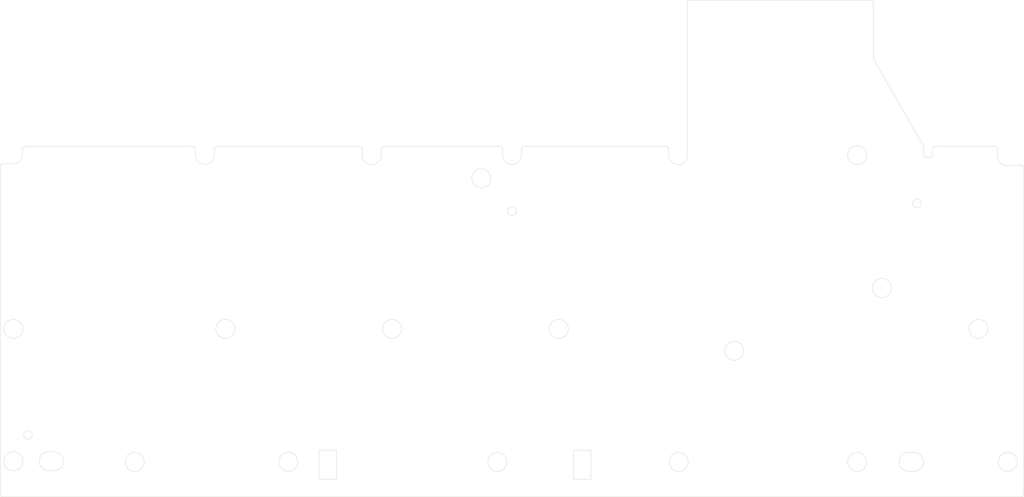
<source format=kicad_pcb>
(kicad_pcb
	(version 20240108)
	(generator "pcbnew")
	(generator_version "8.0")
	(general
		(thickness 1.6)
		(legacy_teardrops no)
	)
	(paper "A3")
	(title_block
		(title "HB-F1 MSX Keyboard Membrane Layout")
		(date "2025-01-03")
		(rev "0.1")
		(comment 1 "This source describes Open Hardware and is licensed under the CERN-OHL-W v2 or later.")
		(comment 2 "Copyright Alexander Knapik 2025.")
	)
	(layers
		(0 "F.Cu" signal)
		(31 "B.Cu" signal)
		(32 "B.Adhes" user "B.Adhesive")
		(33 "F.Adhes" user "F.Adhesive")
		(34 "B.Paste" user)
		(35 "F.Paste" user)
		(36 "B.SilkS" user "B.Silkscreen")
		(37 "F.SilkS" user "F.Silkscreen")
		(38 "B.Mask" user)
		(39 "F.Mask" user)
		(40 "Dwgs.User" user "User.Drawings")
		(41 "Cmts.User" user "User.Comments")
		(42 "Eco1.User" user "User.Eco1")
		(43 "Eco2.User" user "User.Eco2")
		(44 "Edge.Cuts" user)
		(45 "Margin" user)
		(46 "B.CrtYd" user "B.Courtyard")
		(47 "F.CrtYd" user "F.Courtyard")
		(48 "B.Fab" user)
		(49 "F.Fab" user)
		(50 "User.1" user)
		(51 "User.2" user)
		(52 "User.3" user)
		(53 "User.4" user)
		(54 "User.5" user)
		(55 "User.6" user)
		(56 "User.7" user)
		(57 "User.8" user)
		(58 "User.9" user)
	)
	(setup
		(stackup
			(layer "F.SilkS"
				(type "Top Silk Screen")
			)
			(layer "F.Paste"
				(type "Top Solder Paste")
			)
			(layer "F.Mask"
				(type "Top Solder Mask")
				(thickness 0.01)
			)
			(layer "F.Cu"
				(type "copper")
				(thickness 0.035)
			)
			(layer "dielectric 1"
				(type "core")
				(thickness 1.51)
				(material "FR4")
				(epsilon_r 4.5)
				(loss_tangent 0.02)
			)
			(layer "B.Cu"
				(type "copper")
				(thickness 0.035)
			)
			(layer "B.Mask"
				(type "Bottom Solder Mask")
				(thickness 0.01)
			)
			(layer "B.Paste"
				(type "Bottom Solder Paste")
			)
			(layer "B.SilkS"
				(type "Bottom Silk Screen")
			)
			(copper_finish "None")
			(dielectric_constraints no)
		)
		(pad_to_mask_clearance 0)
		(allow_soldermask_bridges_in_footprints no)
		(grid_origin 33.54 213)
		(pcbplotparams
			(layerselection 0x00010fc_ffffffff)
			(plot_on_all_layers_selection 0x0000000_00000000)
			(disableapertmacros no)
			(usegerberextensions no)
			(usegerberattributes yes)
			(usegerberadvancedattributes yes)
			(creategerberjobfile yes)
			(dashed_line_dash_ratio 12.000000)
			(dashed_line_gap_ratio 3.000000)
			(svgprecision 4)
			(plotframeref no)
			(viasonmask no)
			(mode 1)
			(useauxorigin no)
			(hpglpennumber 1)
			(hpglpenspeed 20)
			(hpglpendiameter 15.000000)
			(pdf_front_fp_property_popups yes)
			(pdf_back_fp_property_popups yes)
			(dxfpolygonmode yes)
			(dxfimperialunits yes)
			(dxfusepcbnewfont yes)
			(psnegative no)
			(psa4output no)
			(plotreference yes)
			(plotvalue yes)
			(plotfptext yes)
			(plotinvisibletext no)
			(sketchpadsonfab no)
			(subtractmaskfromsilk no)
			(outputformat 1)
			(mirror no)
			(drillshape 1)
			(scaleselection 1)
			(outputdirectory "")
		)
	)
	(net 0 "")
	(gr_arc
		(start 156.29 93)
		(mid 156.995881 93.29167)
		(end 157.289994 93.996536)
		(stroke
			(width 0.13)
			(type default)
		)
		(layer "Edge.Cuts")
		(uuid "004f80a6-8d06-4754-8cba-4c862edbfc1f")
	)
	(gr_circle
		(center 38.039994 200.8)
		(end 41.289994 200.8)
		(stroke
			(width 0.13)
			(type default)
		)
		(fill none)
		(layer "Edge.Cuts")
		(uuid "01fabf0d-261b-402b-a67e-f82006754375")
	)
	(gr_line
		(start 107.793464 93)
		(end 156.29 93)
		(stroke
			(width 0.13)
			(type default)
		)
		(layer "Edge.Cuts")
		(uuid "027693dd-c54f-4072-a815-da2e6c4fa85b")
	)
	(gr_arc
		(start 345.94 197.75)
		(mid 349.19 201)
		(end 345.94 204.25)
		(stroke
			(width 0.13)
			(type default)
		)
		(layer "Edge.Cuts")
		(uuid "0bee80d0-663c-4618-933c-ceb126dd14dc")
	)
	(gr_line
		(start 374.54 96.5)
		(end 374.539994 96.5)
		(stroke
			(width 0.13)
			(type default)
		)
		(layer "Edge.Cuts")
		(uuid "118c02d1-656d-407b-be79-1a72cd2fe2e5")
	)
	(gr_arc
		(start 383.539994 212)
		(mid 383.2471 212.707105)
		(end 382.539994 213)
		(stroke
			(width 0.13)
			(type default)
		)
		(layer "Edge.Cuts")
		(uuid "11a066b9-036f-4599-b76f-c943da4ee86e")
	)
	(gr_line
		(start 212.793464 93)
		(end 261.04 93)
		(stroke
			(width 0.13)
			(type default)
		)
		(layer "Edge.Cuts")
		(uuid "175871c7-7561-480d-92ea-f68bacf04f3a")
	)
	(gr_arc
		(start 106.789994 94)
		(mid 107.084115 93.291665)
		(end 107.793464 93)
		(stroke
			(width 0.13)
			(type default)
		)
		(layer "Edge.Cuts")
		(uuid "19833b5e-8115-4c84-b4a0-52a40a42cd34")
	)
	(gr_arc
		(start 41.039994 95.999995)
		(mid 40.161313 98.121319)
		(end 38.039989 99)
		(stroke
			(width 0.13)
			(type default)
		)
		(layer "Edge.Cuts")
		(uuid "1ebf0c5b-9ac8-499b-afe0-a81aa10c35f0")
	)
	(gr_line
		(start 34.543464 99)
		(end 38.039989 99)
		(stroke
			(width 0.13)
			(type default)
		)
		(layer "Edge.Cuts")
		(uuid "1f6e67e7-b6a9-4d47-b35e-eaa0fdbe97c5")
	)
	(gr_circle
		(center 43.039994 191.8)
		(end 44.539994 191.8)
		(stroke
			(width 0.13)
			(type default)
		)
		(fill none)
		(layer "Edge.Cuts")
		(uuid "2064a264-6ad2-4f4e-b57e-ca4711c36112")
	)
	(gr_line
		(start 148.539994 207)
		(end 142.539994 207)
		(stroke
			(width 0.13)
			(type default)
		)
		(layer "Edge.Cuts")
		(uuid "226cd49e-6e93-40e1-8e58-1657512b7e0e")
	)
	(gr_line
		(start 344.14 197.75)
		(end 345.94 197.75)
		(stroke
			(width 0.13)
			(type default)
		)
		(layer "Edge.Cuts")
		(uuid "2d9ae23f-3e10-4949-ab2c-ae20edda4716")
	)
	(gr_line
		(start 268.539994 96)
		(end 268.539994 94)
		(stroke
			(width 0.13)
			(type default)
		)
		(layer "Edge.Cuts")
		(uuid "2e00a0b3-8f4e-482a-9bbb-28ecb8755351")
	)
	(gr_line
		(start 332.040005 62.7363)
		(end 332.039994 62.7363)
		(stroke
			(width 0.13)
			(type default)
		)
		(layer "Edge.Cuts")
		(uuid "306b5be3-5f3a-46d2-9769-de9efa7eecce")
	)
	(gr_line
		(start 157.289994 96)
		(end 157.289994 93.996536)
		(stroke
			(width 0.13)
			(type default)
		)
		(layer "Edge.Cuts")
		(uuid "31c7616e-859f-4f4a-b50e-5a39d4928ec1")
	)
	(gr_line
		(start 374.539994 94.003464)
		(end 374.539994 96.5)
		(stroke
			(width 0.13)
			(type default)
		)
		(layer "Edge.Cuts")
		(uuid "32e0a4ca-7a6b-49f6-8df1-bc1508e09d19")
	)
	(gr_arc
		(start 106.789994 96)
		(mid 103.539994 99.25)
		(end 100.289994 96)
		(stroke
			(width 0.13)
			(type default)
		)
		(layer "Edge.Cuts")
		(uuid "33a212bc-dc20-4304-965d-a0acc3297d82")
	)
	(gr_circle
		(center 335.039994 141.5)
		(end 338.289994 141.5)
		(stroke
			(width 0.13)
			(type default)
		)
		(fill none)
		(layer "Edge.Cuts")
		(uuid "382b8695-3054-46bd-b450-a7ed5247f2e1")
	)
	(gr_line
		(start 41.039994 95.999995)
		(end 41.039994 94)
		(stroke
			(width 0.13)
			(type default)
		)
		(layer "Edge.Cuts")
		(uuid "394fd65b-3e9c-4547-8c1e-8d12222b4afd")
	)
	(gr_line
		(start 211.789994 96)
		(end 211.789994 94)
		(stroke
			(width 0.13)
			(type default)
		)
		(layer "Edge.Cuts")
		(uuid "3a7d9787-6e4c-43c5-8633-7b1f817f7d47")
	)
	(gr_line
		(start 345.94 204.25)
		(end 344.14 204.25)
		(stroke
			(width 0.13)
			(type default)
		)
		(layer "Edge.Cuts")
		(uuid "3abd333d-d9bc-4a10-b9ed-fe169354d523")
	)
	(gr_arc
		(start 50.13999 204.05)
		(mid 46.88999 200.8)
		(end 50.13999 197.55)
		(stroke
			(width 0.13)
			(type default)
		)
		(layer "Edge.Cuts")
		(uuid "3b8fbf9a-da7c-4af6-8d53-cedac930aaee")
	)
	(gr_arc
		(start 204.29 93)
		(mid 204.995881 93.29167)
		(end 205.289994 93.996536)
		(stroke
			(width 0.13)
			(type default)
		)
		(layer "Edge.Cuts")
		(uuid "42d0002f-8865-4d67-bb27-68e3afb8854f")
	)
	(gr_line
		(start 332.039994 62.7363)
		(end 332.039994 43)
		(stroke
			(width 0.13)
			(type default)
		)
		(layer "Edge.Cuts")
		(uuid "4404daec-3b37-4a8f-96ae-e6309e150ad5")
	)
	(gr_circle
		(center 265.539994 201)
		(end 268.789994 201)
		(stroke
			(width 0.13)
			(type default)
		)
		(fill none)
		(layer "Edge.Cuts")
		(uuid "4946d943-5c31-4423-8fea-2a4574174ad8")
	)
	(gr_arc
		(start 261.04 93)
		(mid 261.745881 93.29167)
		(end 262.039994 93.996536)
		(stroke
			(width 0.13)
			(type default)
		)
		(layer "Edge.Cuts")
		(uuid "4a8a50bb-8ee6-44a1-b61d-5c491000c569")
	)
	(gr_arc
		(start 211.789994 94)
		(mid 212.084115 93.291665)
		(end 212.793464 93)
		(stroke
			(width 0.13)
			(type default)
		)
		(layer "Edge.Cuts")
		(uuid "4e364340-1cac-4ae1-b8f9-e588a66e4323")
	)
	(gr_line
		(start 106.789994 96)
		(end 106.789994 94)
		(stroke
			(width 0.13)
			(type default)
		)
		(layer "Edge.Cuts")
		(uuid "529b1f24-43d5-4876-87fa-936758251a2f")
	)
	(gr_arc
		(start 41.039994 94)
		(mid 41.334115 93.291665)
		(end 42.043464 93)
		(stroke
			(width 0.13)
			(type default)
		)
		(layer "Edge.Cuts")
		(uuid "5f9f5019-4c4f-4ea2-807a-781ea026384e")
	)
	(gr_line
		(start 229.539994 197)
		(end 235.539994 197)
		(stroke
			(width 0.13)
			(type default)
		)
		(layer "Edge.Cuts")
		(uuid "60479d64-588a-4886-8e72-a66526d2a28c")
	)
	(gr_arc
		(start 163.789994 96)
		(mid 160.539994 99.25)
		(end 157.289994 96)
		(stroke
			(width 0.13)
			(type default)
		)
		(layer "Edge.Cuts")
		(uuid "60ab5704-6a4d-4570-9f33-5e6676f486b3")
	)
	(gr_line
		(start 373.54 93)
		(end 353.286536 93)
		(stroke
			(width 0.13)
			(type default)
		)
		(layer "Edge.Cuts")
		(uuid "62960ac6-6641-44cc-9e46-6c51c5903ee5")
	)
	(gr_line
		(start 352.289994 95.5)
		(end 352.289994 94)
		(stroke
			(width 0.13)
			(type default)
		)
		(layer "Edge.Cuts")
		(uuid "65fe7002-9dab-4687-b2d1-890df3394f60")
	)
	(gr_line
		(start 42.043464 93)
		(end 99.29 93)
		(stroke
			(width 0.13)
			(type default)
		)
		(layer "Edge.Cuts")
		(uuid "66fe3107-352a-4ff8-a02d-726c1a403f33")
	)
	(gr_circle
		(center 132.039994 201)
		(end 135.289994 201)
		(stroke
			(width 0.13)
			(type default)
		)
		(fill none)
		(layer "Edge.Cuts")
		(uuid "69259094-63ca-42c6-8677-b456a3e819cd")
	)
	(gr_line
		(start 262.039994 96)
		(end 262.039994 93.996536)
		(stroke
			(width 0.13)
			(type default)
		)
		(layer "Edge.Cuts")
		(uuid "69cb5a16-ebb8-4013-a34e-b43bc5916e38")
	)
	(gr_line
		(start 33.539994 212)
		(end 33.539994 100)
		(stroke
			(width 0.13)
			(type default)
		)
		(layer "Edge.Cuts")
		(uuid "6b1bdf43-2156-4e92-9aa4-f63a78ee3f79")
	)
	(gr_circle
		(center 378.039994 201)
		(end 381.289994 201)
		(stroke
			(width 0.13)
			(type default)
		)
		(fill none)
		(layer "Edge.Cuts")
		(uuid "6ef79faa-92a1-4708-a9b2-1df4083b0bdd")
	)
	(gr_line
		(start 235.539994 207)
		(end 229.539994 207)
		(stroke
			(width 0.13)
			(type default)
		)
		(layer "Edge.Cuts")
		(uuid "6f410433-4e23-4070-965f-519396fd3acb")
	)
	(gr_arc
		(start 344.14 204.25)
		(mid 340.89 201)
		(end 344.14 197.75)
		(stroke
			(width 0.13)
			(type default)
		)
		(layer "Edge.Cuts")
		(uuid "70df884f-bfa2-4480-b3e7-174fe00e86fe")
	)
	(gr_line
		(start 268.539994 94)
		(end 268.539994 43)
		(stroke
			(width 0.13)
			(type default)
		)
		(layer "Edge.Cuts")
		(uuid "7188468a-9c24-4d34-aa80-f4db3e191e00")
	)
	(gr_line
		(start 148.539994 197)
		(end 148.539994 207)
		(stroke
			(width 0.13)
			(type default)
		)
		(layer "Edge.Cuts")
		(uuid "76f6d0fc-4566-465a-b021-9bcafdb4b628")
	)
	(gr_circle
		(center 208.539994 115.25)
		(end 210.039994 115.25)
		(stroke
			(width 0.13)
			(type default)
		)
		(fill none)
		(layer "Edge.Cuts")
		(uuid "7a03014a-0178-49f3-8b09-53db1426c8c6")
	)
	(gr_line
		(start 349.289994 95.5)
		(end 349.289994 93.2637)
		(stroke
			(width 0.13)
			(type default)
		)
		(layer "Edge.Cuts")
		(uuid "7a71d259-f58b-4cf9-a098-a3fc836338d5")
	)
	(gr_circle
		(center 347.039994 112.5)
		(end 348.539994 112.5)
		(stroke
			(width 0.13)
			(type default)
		)
		(fill none)
		(layer "Edge.Cuts")
		(uuid "8367e208-b1be-409c-9150-76a881401a7f")
	)
	(gr_circle
		(center 110.539994 155.5)
		(end 113.789994 155.5)
		(stroke
			(width 0.13)
			(type default)
		)
		(fill none)
		(layer "Edge.Cuts")
		(uuid "86fd75ba-0cbd-486c-9280-483f657b2507")
	)
	(gr_arc
		(start 332.176307 63.240388)
		(mid 332.074686 62.997396)
		(end 332.040005 62.7363)
		(stroke
			(width 0.13)
			(type default)
		)
		(layer "Edge.Cuts")
		(uuid "8993df62-4d79-423e-9bec-d7addb235db3")
	)
	(gr_line
		(start 332.176307 63.240388)
		(end 349.160018 92.770631)
		(stroke
			(width 0.13)
			(type default)
		)
		(layer "Edge.Cuts")
		(uuid "8aa46cbf-1bdd-4a7c-8a87-c453012bf6d3")
	)
	(gr_circle
		(center 198.039994 104)
		(end 201.289994 104)
		(stroke
			(width 0.13)
			(type default)
		)
		(fill none)
		(layer "Edge.Cuts")
		(uuid "8f3b1dc5-7b45-4653-84bf-697f547a0621")
	)
	(gr_circle
		(center 368.039994 155.5)
		(end 371.289994 155.5)
		(stroke
			(width 0.13)
			(type default)
		)
		(fill none)
		(layer "Edge.Cuts")
		(uuid "8f408071-fc5c-4c58-9ef7-f369d0b33c0a")
	)
	(gr_circle
		(center 326.539994 96)
		(end 329.789994 96)
		(stroke
			(width 0.13)
			(type default)
		)
		(fill none)
		(layer "Edge.Cuts")
		(uuid "8f5cad99-2a77-45f8-a535-c8aa90a17221")
	)
	(gr_line
		(start 383.539994 212)
		(end 383.539994 100.496536)
		(stroke
			(width 0.13)
			(type default)
		)
		(layer "Edge.Cuts")
		(uuid "8fd3a013-1415-4f17-bcc8-0fa7abd7bae3")
	)
	(gr_arc
		(start 51.93999 197.55)
		(mid 55.18999 200.8)
		(end 51.93999 204.05)
		(stroke
			(width 0.13)
			(type default)
		)
		(layer "Edge.Cuts")
		(uuid "9101561e-298e-4eb9-9179-8369b78ebbc4")
	)
	(gr_arc
		(start 373.54 93)
		(mid 374.24833 93.294119)
		(end 374.539994 94.003464)
		(stroke
			(width 0.13)
			(type default)
		)
		(layer "Edge.Cuts")
		(uuid "9bf43512-e41d-4f00-9108-def90d2588f7")
	)
	(gr_arc
		(start 382.54 99.5)
		(mid 383.245881 99.79167)
		(end 383.539994 100.496536)
		(stroke
			(width 0.13)
			(type default)
		)
		(layer "Edge.Cuts")
		(uuid "a600aa28-8ce7-4042-9894-a51444922179")
	)
	(gr_line
		(start 164.793464 93)
		(end 204.29 93)
		(stroke
			(width 0.13)
			(type default)
		)
		(layer "Edge.Cuts")
		(uuid "a6ba2dcf-18c9-4125-aff7-82574400aa6c")
	)
	(gr_arc
		(start 268.539994 96)
		(mid 265.289994 99.25)
		(end 262.039994 96)
		(stroke
			(width 0.13)
			(type default)
		)
		(layer "Edge.Cuts")
		(uuid "a8372e0e-1e47-4869-a2ce-814e4a64541d")
	)
	(gr_line
		(start 142.539994 207)
		(end 142.539994 197)
		(stroke
			(width 0.13)
			(type default)
		)
		(layer "Edge.Cuts")
		(uuid "a880debf-28f4-410c-95f9-1579998d274a")
	)
	(gr_line
		(start 205.289994 96)
		(end 205.289994 93.996536)
		(stroke
			(width 0.13)
			(type default)
		)
		(layer "Edge.Cuts")
		(uuid "aabb95d5-518e-4ad8-9f37-68e4c12d39e6")
	)
	(gr_circle
		(center 38.039994 155.5)
		(end 41.289994 155.5)
		(stroke
			(width 0.13)
			(type default)
		)
		(fill none)
		(layer "Edge.Cuts")
		(uuid "aadcc4b9-f126-4028-a2c6-3baaee58ef32")
	)
	(gr_arc
		(start 33.539994 100)
		(mid 33.834115 99.291665)
		(end 34.543464 99)
		(stroke
			(width 0.13)
			(type default)
		)
		(layer "Edge.Cuts")
		(uuid "ab44517f-0460-4eb5-8946-817983e3712a")
	)
	(gr_line
		(start 229.539994 207)
		(end 229.539994 197)
		(stroke
			(width 0.13)
			(type default)
		)
		(layer "Edge.Cuts")
		(uuid "acfc9a64-4374-4189-b214-3b43894918c1")
	)
	(gr_circle
		(center 284.539994 163)
		(end 287.789994 163)
		(stroke
			(width 0.13)
			(type default)
		)
		(fill none)
		(layer "Edge.Cuts")
		(uuid "ad19a4ab-6156-4acb-bdb7-ee3c59117a71")
	)
	(gr_arc
		(start 34.54 213)
		(mid 33.832893 212.707107)
		(end 33.54 212)
		(stroke
			(width 0.13)
			(type default)
		)
		(layer "Edge.Cuts")
		(uuid "ae505f8a-dfb4-4660-b84d-9c3fb7a6806a")
	)
	(gr_line
		(start 34.54 213)
		(end 382.539994 213)
		(stroke
			(width 0.13)
			(type default)
		)
		(layer "Edge.Cuts")
		(uuid "ae9187f2-29f6-4b54-8553-b61c8e11a33c")
	)
	(gr_line
		(start 51.93999 204.05)
		(end 50.13999 204.05)
		(stroke
			(width 0.13)
			(type default)
		)
		(layer "Edge.Cuts")
		(uuid "b0db8717-5328-44a5-a345-b315bec7c52d")
	)
	(gr_arc
		(start 99.29 93)
		(mid 99.995881 93.29167)
		(end 100.289994 93.996536)
		(stroke
			(width 0.13)
			(type default)
		)
		(layer "Edge.Cuts")
		(uuid "b2e03e83-acfa-4e1d-b87f-45dfbe0159ec")
	)
	(gr_circle
		(center 203.539994 201)
		(end 206.789994 201)
		(stroke
			(width 0.13)
			(type default)
		)
		(fill none)
		(layer "Edge.Cuts")
		(uuid "b3840759-c5a5-4dce-b4b6-a4acbbabaefb")
	)
	(gr_circle
		(center 224.539994 155.5)
		(end 227.789994 155.5)
		(stroke
			(width 0.13)
			(type default)
		)
		(fill none)
		(layer "Edge.Cuts")
		(uuid "b5dd2df3-cbe4-4de1-be65-2c531d82fe7a")
	)
	(gr_line
		(start 33.54 212)
		(end 33.539994 212)
		(stroke
			(width 0.13)
			(type default)
		)
		(layer "Edge.Cuts")
		(uuid "b79268e4-ca3b-4aca-887b-8aafa4c0fbf3")
	)
	(gr_arc
		(start 163.789994 94)
		(mid 164.084115 93.291665)
		(end 164.793464 93)
		(stroke
			(width 0.13)
			(type default)
		)
		(layer "Edge.Cuts")
		(uuid "b95b01b7-7e9b-496f-8738-b15f044055b6")
	)
	(gr_line
		(start 50.13999 197.55)
		(end 51.93999 197.55)
		(stroke
			(width 0.13)
			(type default)
		)
		(layer "Edge.Cuts")
		(uuid "ba690cac-59cd-4869-bbd9-adb53fc7446e")
	)
	(gr_line
		(start 332.039994 43)
		(end 268.539994 43)
		(stroke
			(width 0.13)
			(type default)
		)
		(layer "Edge.Cuts")
		(uuid "bc54da05-266d-45e5-88ac-c09e0bc4a727")
	)
	(gr_circle
		(center 79.539994 201)
		(end 82.789994 201)
		(stroke
			(width 0.13)
			(type default)
		)
		(fill none)
		(layer "Edge.Cuts")
		(uuid "c2f72cc3-3e88-4385-b5db-c452fb07a1a0")
	)
	(gr_circle
		(center 326.539994 201)
		(end 329.789994 201)
		(stroke
			(width 0.13)
			(type default)
		)
		(fill none)
		(layer "Edge.Cuts")
		(uuid "c7fac9e0-18cc-425b-bf3a-a4ef1896ee83")
	)
	(gr_arc
		(start 211.789994 96)
		(mid 208.539994 99.25)
		(end 205.289994 96)
		(stroke
			(width 0.13)
			(type default)
		)
		(layer "Edge.Cuts")
		(uuid "cd4ff494-4523-4b43-a82c-e8cc4ad156d0")
	)
	(gr_line
		(start 163.789994 96)
		(end 163.789994 94)
		(stroke
			(width 0.13)
			(type default)
		)
		(layer "Edge.Cuts")
		(uuid "d72218cd-dded-43db-95c2-9ca8f48488ee")
	)
	(gr_line
		(start 349.289985 93.2637)
		(end 349.289994 93.2637)
		(stroke
			(width 0.13)
			(type default)
		)
		(layer "Edge.Cuts")
		(uuid "d9c0f891-62d9-4b82-b962-fc95fc7db399")
	)
	(gr_arc
		(start 352.289994 95.5)
		(mid 350.789994 97)
		(end 349.289994 95.5)
		(stroke
			(width 0.13)
			(type default)
		)
		(layer "Edge.Cuts")
		(uuid "ddc8afcc-e245-4d7c-8cfc-c390001b50c6")
	)
	(gr_line
		(start 235.539994 197)
		(end 235.539994 207)
		(stroke
			(width 0.13)
			(type default)
		)
		(layer "Edge.Cuts")
		(uuid "e2dd6d34-67bd-4ff9-ab6e-b6b78a1ec438")
	)
	(gr_arc
		(start 377.54 99.5)
		(mid 375.41868 98.62132)
		(end 374.54 96.5)
		(stroke
			(width 0.13)
			(type default)
		)
		(layer "Edge.Cuts")
		(uuid "e386d0e9-4c57-4dbd-a2c9-6994ba24b8c6")
	)
	(gr_line
		(start 377.54 99.5)
		(end 382.54 99.5)
		(stroke
			(width 0.13)
			(type default)
		)
		(layer "Edge.Cuts")
		(uuid "e56d6fd3-b633-4287-be66-2e282d3930f1")
	)
	(gr_line
		(start 142.539994 197)
		(end 148.539994 197)
		(stroke
			(width 0.13)
			(type default)
		)
		(layer "Edge.Cuts")
		(uuid "e7b5d8a5-d65b-4baa-913c-c8b3e1498b7c")
	)
	(gr_arc
		(start 349.160018 92.770631)
		(mid 349.256967 93.008742)
		(end 349.289985 93.2637)
		(stroke
			(width 0.13)
			(type default)
		)
		(layer "Edge.Cuts")
		(uuid "e7f0857a-0d46-4668-adf6-ac2fab85cd49")
	)
	(gr_line
		(start 100.289994 96)
		(end 100.289994 93.996536)
		(stroke
			(width 0.13)
			(type default)
		)
		(layer "Edge.Cuts")
		(uuid "f07074ac-42ab-4ca2-82e8-a6f6b7a2c7a0")
	)
	(gr_arc
		(start 352.289994 94)
		(mid 352.581665 93.294115)
		(end 353.286536 93)
		(stroke
			(width 0.13)
			(type default)
		)
		(layer "Edge.Cuts")
		(uuid "fbbc445f-f84d-4b0f-9320-be4e02f84d20")
	)
	(gr_circle
		(center 167.539994 155.5)
		(end 170.789994 155.5)
		(stroke
			(width 0.13)
			(type default)
		)
		(fill none)
		(layer "Edge.Cuts")
		(uuid "fd4e0c0a-6864-46c0-b0e8-1bb872b1d422")
	)
)

</source>
